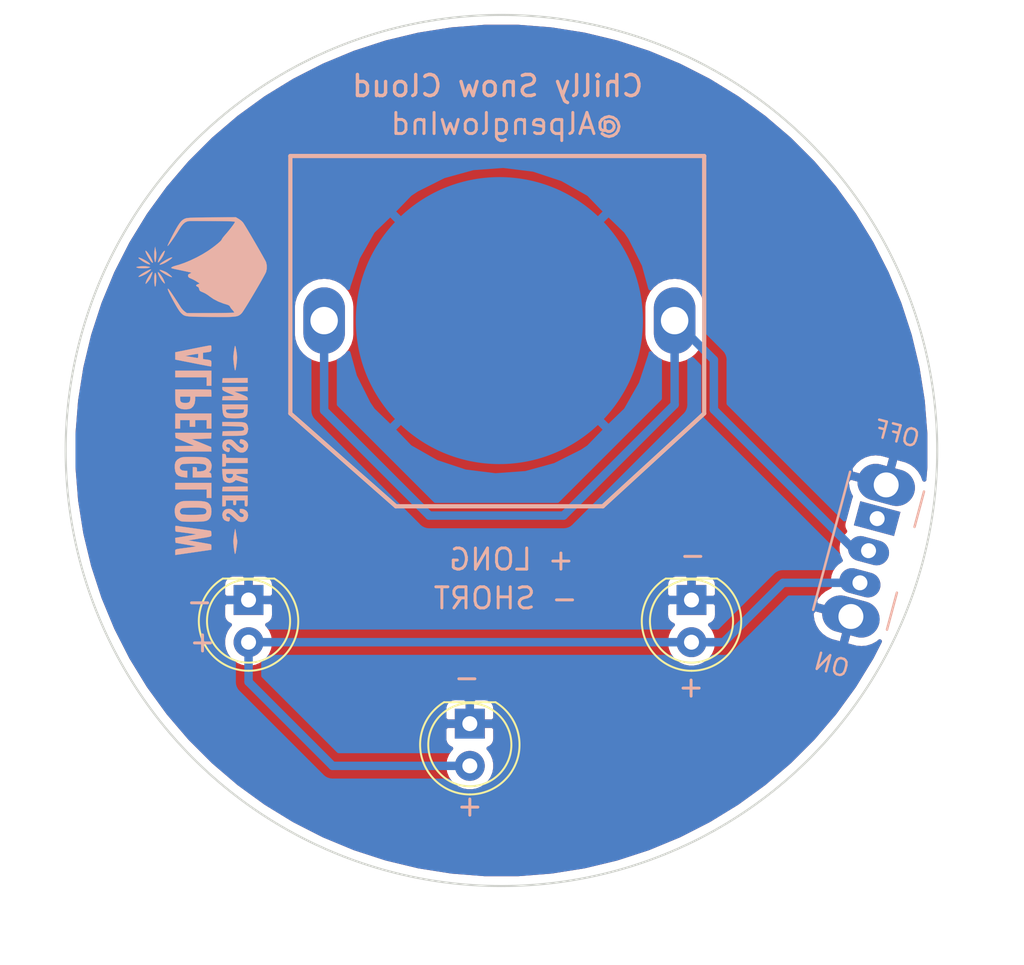
<source format=kicad_pcb>
(kicad_pcb (version 20171130) (host pcbnew "(5.1.8)-1")
  (title_block (title "RainCloud Blinky"))
  (layers (0 F.Cu signal hide) (31 B.Cu signal) (34 B.Paste user) (35 F.Paste user) (36 B.SilkS user) (37 F.SilkS user) (38 B.Mask user) (39 F.Mask user) (44 Edge.Cuts user))
  (net 0 "")
  (net 1 VCC)
  (net 2 GND)
  (net 3 "Net-(SW1-Pad1)")
  (net 4 /LED+)
  (module Alpenglow_ChillySnowCloud_PCB:BrrFaceMaskThick (layer F.Cu) (at 112.268 90.5256)
    (fp_text reference G*** hide)
    (fp_text value LOGO hide)
  )
  (module Alpenglow:Alpenglow_Logo_Horiz (layer B.Cu) (at 93.4212 96.4692 270)
    (fp_text reference G*** hide)
    (fp_text value LOGO hide)
    (fp_poly (pts (xy -8.391129 2.182473) (xy -8.453999 2.12644) (xy -8.558414 2.045515) (xy -8.694521 1.946711) (xy -8.852464 1.837041) (xy -9.02239 1.723517) (xy -9.194444 1.613152) (xy -9.332108 1.528791) (xy -9.543756 1.393275) (xy -9.69577 1.271177) (xy -9.796801 1.15135) (xy -9.855504 1.022647) (xy -9.88053 0.873923) (xy -9.882858 0.819346) (xy -9.883157 0.75759) (xy -9.883019 0.632427) (xy -9.882483 0.453019) (xy -9.881583 0.228529) (xy -9.880356 -0.03188) (xy -9.878837 -0.319046) (xy -9.87738 -0.5715) (xy -9.874509 -0.935478) (xy -9.870567 -1.231443) (xy -9.865377 -1.46395) (xy -9.858761 -1.637551) (xy -9.850543 -1.756799) (xy -9.840544 -1.826249) (xy -9.828588 -1.850453) (xy -9.827588 -1.850571) (xy -9.776876 -1.828325) (xy -9.682936 -1.767484) (xy -9.55746 -1.676892) (xy -9.412139 -1.565394) (xy -9.258665 -1.441834) (xy -9.108727 -1.315057) (xy -9.042843 -1.25691) (xy -8.932455 -1.163013) (xy -8.837911 -1.091813) (xy -8.775061 -1.054939) (xy -8.763959 -1.052285) (xy -8.71646 -1.023933) (xy -8.63626 -0.945439) (xy -8.531502 -0.826649) (xy -8.410328 -0.677407) (xy -8.280883 -0.507559) (xy -8.151309 -0.326949) (xy -8.091138 -0.238848) (xy -7.889107 0.086118) (xy -7.694676 0.443473) (xy -7.516741 0.814047) (xy -7.364197 1.178665) (xy -7.245938 1.518154) (xy -7.200038 1.681994) (xy -7.16255 1.809618) (xy -7.122963 1.910674) (xy -7.091189 1.961644) (xy -7.073238 1.977339) (xy -7.058963 1.984352) (xy -7.045729 1.974027) (xy -7.030903 1.937709) (xy -7.011851 1.866744) (xy -6.985939 1.752477) (xy -6.950533 1.586254) (xy -6.902998 1.35942) (xy -6.892142 1.307631) (xy -6.852723 1.122484) (xy -6.817948 0.964384) (xy -6.79071 0.84608) (xy -6.7739 0.780322) (xy -6.770491 0.771253) (xy -6.750665 0.792593) (xy -6.717409 0.860081) (xy -6.712549 0.871603) (xy -6.667185 0.950175) (xy -6.607415 0.974338) (xy -6.572885 0.972552) (xy -6.502093 0.946046) (xy -6.450305 0.874614) (xy -6.426212 0.816429) (xy -6.376703 0.705083) (xy -6.304461 0.568785) (xy -6.24663 0.471715) (xy -6.120421 0.272143) (xy -6.070493 0.393326) (xy -6.032134 0.470363) (xy -5.998107 0.488357) (xy -5.967568 0.470526) (xy -5.922305 0.409687) (xy -5.914572 0.378202) (xy -5.882828 0.339947) (xy -5.805039 0.309611) (xy -5.791332 0.30674) (xy -5.718443 0.285827) (xy -5.668147 0.244457) (xy -5.624128 0.164242) (xy -5.590209 0.080099) (xy -5.523547 -0.058206) (xy -5.429144 -0.211655) (xy -5.345095 -0.324782) (xy -5.18171 -0.559437) (xy -5.034123 -0.845081) (xy -4.912825 -1.160324) (xy -4.876929 -1.27939) (xy -4.829792 -1.42514) (xy -4.784562 -1.510339) (xy -4.735648 -1.546405) (xy -4.667599 -1.583572) (xy -4.576323 -1.653702) (xy -4.527309 -1.697943) (xy -4.446867 -1.766705) (xy -4.386839 -1.802864) (xy -4.36752 -1.803329) (xy -4.362028 -1.762805) (xy -4.35679 -1.657687) (xy -4.351962 -1.495952) (xy -4.347699 -1.285578) (xy -4.344156 -1.034542) (xy -4.341488 -0.750821) (xy -4.339851 -0.442393) (xy -4.33964 -0.370133) (xy -4.336143 1.038679) (xy -4.426462 1.170882) (xy -4.508908 1.264187) (xy -4.625217 1.363983) (xy -4.709534 1.422614) (xy -4.853435 1.513304) (xy -5.02069 1.620993) (xy -5.197545 1.736567) (xy -5.370245 1.85091) (xy -5.525036 1.954905) (xy -5.648162 2.039439) (xy -5.72587 2.095394) (xy -5.732601 2.100634) (xy -5.797583 2.161118) (xy -5.802962 2.189595) (xy -5.754073 2.186453) (xy -5.656253 2.152078) (xy -5.514838 2.086858) (xy -5.510076 2.084478) (xy -5.246559 1.949052) (xy -4.998516 1.815036) (xy -4.775918 1.688287) (xy -4.588736 1.574658) (xy -4.446939 1.480005) (xy -4.360498 1.410183) (xy -4.358621 1.408285) (xy -4.300907 1.348608) (xy -4.253268 1.293733) (xy -4.214682 1.236296) (xy -4.184128 1.168934) (xy -4.160582 1.084283) (xy -4.143023 0.97498) (xy -4.130428 0.833659) (xy -4.121774 0.652958) (xy -4.11604 0.425513) (xy -4.112203 0.143959) (xy -4.109241 -0.199067) (xy -4.107748 -0.398765) (xy -4.105116 -0.783542) (xy -4.104062 -1.102987) (xy -4.105459 -1.364338) (xy -4.110181 -1.574829) (xy -4.119101 -1.741699) (xy -4.133092 -1.872183) (xy -4.153028 -1.973517) (xy -4.179782 -2.052939) (xy -4.214227 -2.117684) (xy -4.257238 -2.17499) (xy -4.309687 -2.232091) (xy -4.331746 -2.254704) (xy -4.388579 -2.298888) (xy -4.499713 -2.373483) (xy -4.656247 -2.473232) (xy -4.849282 -2.59288) (xy -5.069915 -2.72717) (xy -5.309248 -2.870847) (xy -5.558378 -3.018655) (xy -5.808405 -3.165338) (xy -6.050429 -3.305639) (xy -6.275549 -3.434302) (xy -6.474864 -3.546073) (xy -6.639473 -3.635693) (xy -6.760476 -3.697909) (xy -6.821715 -3.725076) (xy -7.006918 -3.763279) (xy -7.212283 -3.762336) (xy -7.397574 -3.722545) (xy -7.402286 -3.720798) (xy -7.464901 -3.690681) (xy -7.580713 -3.628686) (xy -7.740597 -3.540112) (xy -7.935424 -3.430258) (xy -8.156069 -3.304424) (xy -8.393402 -3.167908) (xy -8.638298 -3.026009) (xy -8.881629 -2.884028) (xy -9.114267 -2.747262) (xy -9.327086 -2.621012) (xy -9.510959 -2.510576) (xy -9.656758 -2.421254) (xy -9.755357 -2.358345) (xy -9.787263 -2.336092) (xy -9.875576 -2.250825) (xy -9.966895 -2.135158) (xy -10.004977 -2.076127) (xy -10.105572 -1.904999) (xy -10.098187 -0.489857) (xy -10.094803 -0.054354) (xy -10.089547 0.309768) (xy -10.082383 0.603675) (xy -10.073273 0.828536) (xy -10.06218 0.985518) (xy -10.049065 1.075788) (xy -10.047849 1.080446) (xy -10.008964 1.188612) (xy -9.950807 1.287266) (xy -9.865581 1.382762) (xy -9.745494 1.481457) (xy -9.582749 1.589707) (xy -9.369553 1.713869) (xy -9.09811 1.860297) (xy -9.079379 1.870151) (xy -8.878374 1.974328) (xy -8.698307 2.064903) (xy -8.549279 2.137019) (xy -8.44139 2.18582) (xy -8.384741 2.206449) (xy -8.379659 2.206601) (xy -8.391129 2.182473)) (layer B.SilkS) (width 0.01))
    (fp_poly (pts (xy 3.048 -1.723182) (xy 3.046116 -1.989569) (xy 3.038853 -2.193077) (xy 3.023797 -2.343339) (xy 2.998533 -2.449987) (xy 2.960644 -2.522653) (xy 2.907716 -2.570969) (xy 2.837333 -2.604568) (xy 2.825973 -2.608637) (xy 2.633989 -2.645341) (xy 2.45195 -2.614034) (xy 2.41212 -2.598204) (xy 2.346059 -2.56252) (xy 2.296297 -2.514189) (xy 2.26059 -2.443314) (xy 2.236695 -2.339996) (xy 2.222366 -2.194337) (xy 2.215359 -1.996439) (xy 2.213432 -1.736405) (xy 2.213428 -1.721864) (xy 2.213428 -1.088571) (xy 2.46265 -1.088571) (xy 2.47411 -1.708425) (xy 2.47901 -1.936641) (xy 2.484862 -2.103169) (xy 2.492966 -2.218892) (xy 2.50462 -2.294694) (xy 2.521124 -2.341458) (xy 2.543778 -2.370066) (xy 2.554084 -2.378305) (xy 2.636612 -2.408648) (xy 2.689302 -2.392631) (xy 2.713778 -2.373456) (xy 2.731823 -2.338971) (xy 2.744659 -2.278616) (xy 2.753513 -2.181831) (xy 2.759608 -2.038055) (xy 2.764169 -1.836729) (xy 2.765932 -1.731822) (xy 2.775857 -1.106714) (xy 2.911928 -1.095452) (xy 3.048 -1.08419) (xy 3.048 -1.723182)) (layer B.SilkS) (width 0.01))
    (fp_poly (pts (xy 3.800144 -1.108834) (xy 3.90807 -1.175776) (xy 3.97291 -1.269273) (xy 4.020106 -1.390864) (xy 4.02225 -1.47832) (xy 3.979942 -1.521314) (xy 3.95811 -1.523999) (xy 3.866994 -1.535514) (xy 3.83111 -1.546025) (xy 3.787348 -1.544487) (xy 3.773773 -1.485044) (xy 3.773714 -1.477896) (xy 3.750626 -1.382572) (xy 3.69336 -1.324814) (xy 3.619916 -1.319772) (xy 3.598315 -1.330238) (xy 3.538819 -1.385967) (xy 3.527743 -1.454618) (xy 3.568047 -1.543899) (xy 3.662694 -1.661516) (xy 3.766804 -1.768716) (xy 3.914265 -1.925275) (xy 4.007396 -2.056032) (xy 4.052751 -2.174681) (xy 4.056882 -2.294918) (xy 4.046858 -2.354014) (xy 3.985263 -2.479536) (xy 3.874345 -2.575661) (xy 3.734682 -2.632486) (xy 3.586856 -2.640108) (xy 3.501571 -2.616411) (xy 3.37732 -2.525045) (xy 3.290069 -2.38342) (xy 3.266269 -2.306602) (xy 3.250188 -2.212082) (xy 3.268467 -2.164406) (xy 3.336398 -2.142785) (xy 3.39218 -2.135435) (xy 3.470901 -2.135815) (xy 3.506793 -2.175647) (xy 3.51918 -2.227691) (xy 3.558118 -2.324217) (xy 3.621386 -2.379873) (xy 3.690617 -2.391982) (xy 3.747446 -2.357869) (xy 3.773506 -2.274857) (xy 3.773714 -2.264771) (xy 3.756982 -2.199083) (xy 3.701851 -2.114825) (xy 3.60092 -2.001971) (xy 3.519714 -1.920669) (xy 3.403288 -1.805599) (xy 3.329362 -1.724376) (xy 3.288354 -1.660314) (xy 3.27068 -1.596725) (xy 3.266756 -1.516921) (xy 3.266868 -1.480393) (xy 3.289865 -1.303189) (xy 3.358752 -1.181261) (xy 3.477082 -1.110945) (xy 3.646714 -1.088571) (xy 3.800144 -1.108834)) (layer B.SilkS) (width 0.01))
    (fp_poly (pts (xy 7.980037 -1.116526) (xy 8.10368 -1.197123) (xy 8.176169 -1.325463) (xy 8.185435 -1.363978) (xy 8.200123 -1.45601) (xy 8.187171 -1.502125) (xy 8.130248 -1.526199) (xy 8.0645 -1.540787) (xy 7.984249 -1.552569) (xy 7.952129 -1.532363) (xy 7.946571 -1.476897) (xy 7.923383 -1.38206) (xy 7.865951 -1.324699) (xy 7.792477 -1.320013) (xy 7.771173 -1.330421) (xy 7.716901 -1.380795) (xy 7.707095 -1.44307) (xy 7.745142 -1.526367) (xy 7.834431 -1.639807) (xy 7.920842 -1.733286) (xy 8.02922 -1.850325) (xy 8.121017 -1.956438) (xy 8.182122 -2.035022) (xy 8.195769 -2.056828) (xy 8.232596 -2.192487) (xy 8.225819 -2.347456) (xy 8.195544 -2.445829) (xy 8.113445 -2.546104) (xy 7.986694 -2.613909) (xy 7.83882 -2.641624) (xy 7.693354 -2.621631) (xy 7.674428 -2.614554) (xy 7.551726 -2.526821) (xy 7.471964 -2.387566) (xy 7.448861 -2.288816) (xy 7.439727 -2.195034) (xy 7.453066 -2.152579) (xy 7.499219 -2.141225) (xy 7.524508 -2.140857) (xy 7.604178 -2.137734) (xy 7.642452 -2.131785) (xy 7.666816 -2.156318) (xy 7.698729 -2.228485) (xy 7.705952 -2.249714) (xy 7.746227 -2.338461) (xy 7.801227 -2.373489) (xy 7.837714 -2.376714) (xy 7.905984 -2.361884) (xy 7.935672 -2.303324) (xy 7.940442 -2.271412) (xy 7.938328 -2.209648) (xy 7.910067 -2.147482) (xy 7.845595 -2.069648) (xy 7.737075 -1.962983) (xy 7.602173 -1.830245) (xy 7.514519 -1.726094) (xy 7.464496 -1.634033) (xy 7.442484 -1.537566) (xy 7.438571 -1.451022) (xy 7.469888 -1.292615) (xy 7.557739 -1.173951) (xy 7.692976 -1.103911) (xy 7.811887 -1.088571) (xy 7.980037 -1.116526)) (layer B.SilkS) (width 0.01))
    (fp_poly (pts (xy -0.145143 -2.612571) (xy -0.436901 -2.612571) (xy -0.427094 -1.859642) (xy -0.417286 -1.106714) (xy -0.281214 -1.095452) (xy -0.145143 -1.08419) (xy -0.145143 -2.612571)) (layer B.SilkS) (width 0.01))
    (fp_poly (pts (xy 0.907143 -2.612571) (xy 0.807357 -2.612305) (xy 0.763329 -2.607701) (xy 0.726591 -2.586674) (xy 0.689864 -2.538006) (xy 0.645871 -2.450475) (xy 0.587331 -2.31286) (xy 0.544285 -2.206767) (xy 0.381 -1.801494) (xy 0.37074 -2.207033) (xy 0.36048 -2.612571) (xy 0.108857 -2.612571) (xy 0.108857 -1.088571) (xy 0.211923 -1.088571) (xy 0.258891 -1.093113) (xy 0.297666 -1.114442) (xy 0.336422 -1.164113) (xy 0.383332 -1.253682) (xy 0.446569 -1.394702) (xy 0.474995 -1.460499) (xy 0.635 -1.832428) (xy 0.653143 -1.469571) (xy 0.671285 -1.106714) (xy 0.789214 -1.095343) (xy 0.907143 -1.083973) (xy 0.907143 -2.612571)) (layer B.SilkS) (width 0.01))
    (fp_poly (pts (xy 1.448369 -1.095874) (xy 1.659145 -1.119769) (xy 1.809292 -1.166095) (xy 1.908475 -1.239241) (xy 1.961048 -1.328688) (xy 1.974709 -1.400158) (xy 1.985834 -1.526014) (xy 1.99323 -1.68808) (xy 1.995714 -1.856521) (xy 1.990324 -2.110579) (xy 1.969793 -2.301342) (xy 1.927582 -2.437575) (xy 1.857149 -2.528045) (xy 1.751955 -2.581515) (xy 1.605458 -2.606752) (xy 1.431578 -2.612571) (xy 1.161143 -2.612571) (xy 1.161143 -1.850571) (xy 1.451428 -1.850571) (xy 1.451428 -2.394857) (xy 1.540866 -2.394857) (xy 1.627933 -2.367238) (xy 1.667866 -2.324671) (xy 1.682919 -2.261385) (xy 1.695097 -2.143263) (xy 1.703035 -1.988024) (xy 1.705428 -1.837405) (xy 1.70172 -1.62694) (xy 1.688284 -1.478772) (xy 1.661655 -1.382896) (xy 1.618367 -1.32931) (xy 1.554953 -1.30801) (xy 1.521408 -1.306285) (xy 1.49449 -1.310402) (xy 1.475521 -1.329922) (xy 1.463116 -1.375599) (xy 1.455894 -1.458187) (xy 1.452471 -1.588439) (xy 1.451465 -1.777109) (xy 1.451428 -1.850571) (xy 1.161143 -1.850571) (xy 1.161143 -1.079247) (xy 1.448369 -1.095874)) (layer B.SilkS) (width 0.01))
    (fp_poly (pts (xy 4.898571 -1.197428) (xy 4.88958 -1.274532) (xy 4.847168 -1.30295) (xy 4.789714 -1.306285) (xy 4.680857 -1.306285) (xy 4.680857 -2.612571) (xy 4.392246 -2.612571) (xy 4.382337 -1.968499) (xy 4.372428 -1.324428) (xy 4.2545 -1.313058) (xy 4.172691 -1.296585) (xy 4.14097 -1.25428) (xy 4.136571 -1.195129) (xy 4.136571 -1.088571) (xy 4.898571 -1.088571) (xy 4.898571 -1.197428)) (layer B.SilkS) (width 0.01))
    (fp_poly (pts (xy 5.345546 -1.097172) (xy 5.495881 -1.111597) (xy 5.625615 -1.133082) (xy 5.711722 -1.157572) (xy 5.723964 -1.163831) (xy 5.814431 -1.259428) (xy 5.867713 -1.395585) (xy 5.881279 -1.549103) (xy 5.852603 -1.69678) (xy 5.793317 -1.800163) (xy 5.708348 -1.898945) (xy 5.810826 -2.246687) (xy 5.854055 -2.394219) (xy 5.888406 -2.513058) (xy 5.909465 -2.587834) (xy 5.913938 -2.605586) (xy 5.882157 -2.610072) (xy 5.801614 -2.608048) (xy 5.763292 -2.605586) (xy 5.612014 -2.594428) (xy 5.522387 -2.258785) (xy 5.467643 -2.073104) (xy 5.421936 -1.959323) (xy 5.385504 -1.917431) (xy 5.358582 -1.947417) (xy 5.341409 -2.049269) (xy 5.334219 -2.222976) (xy 5.334 -2.267857) (xy 5.334 -2.612571) (xy 5.043714 -2.612571) (xy 5.043714 -1.523999) (xy 5.334 -1.523999) (xy 5.335357 -1.646008) (xy 5.344471 -1.711482) (xy 5.368903 -1.736461) (xy 5.416215 -1.736981) (xy 5.433517 -1.735053) (xy 5.533538 -1.69018) (xy 5.58064 -1.623785) (xy 5.604984 -1.506666) (xy 5.573308 -1.402158) (xy 5.495367 -1.33087) (xy 5.433517 -1.312946) (xy 5.378885 -1.309679) (xy 5.349135 -1.326625) (xy 5.336704 -1.379824) (xy 5.33403 -1.485313) (xy 5.334 -1.523999) (xy 5.043714 -1.523999) (xy 5.043714 -1.078341) (xy 5.345546 -1.097172)) (layer B.SilkS) (width 0.01))
    (fp_poly (pts (xy 6.386286 -2.612571) (xy 6.094527 -2.612571) (xy 6.104335 -1.859642) (xy 6.114143 -1.106714) (xy 6.250214 -1.095452) (xy 6.386286 -1.08419) (xy 6.386286 -2.612571)) (layer B.SilkS) (width 0.01))
    (fp_poly (pts (xy 7.293428 -1.197428) (xy 7.289465 -1.261869) (xy 7.265093 -1.294003) (xy 7.201594 -1.305063) (xy 7.112 -1.306285) (xy 6.930571 -1.306285) (xy 6.930571 -1.741714) (xy 7.075714 -1.741714) (xy 7.169227 -1.746665) (xy 7.21079 -1.77002) (xy 7.220805 -1.824528) (xy 7.220857 -1.832428) (xy 7.212935 -1.890874) (xy 7.175568 -1.916851) (xy 7.088354 -1.92311) (xy 7.075714 -1.923142) (xy 6.930571 -1.923142) (xy 6.930571 -2.431142) (xy 7.112 -2.431142) (xy 7.219676 -2.434083) (xy 7.273393 -2.449093) (xy 7.29171 -2.485451) (xy 7.293428 -2.521857) (xy 7.290828 -2.564799) (xy 7.273717 -2.591462) (xy 7.22813 -2.605725) (xy 7.140102 -2.611467) (xy 6.995667 -2.612567) (xy 6.966857 -2.612571) (xy 6.640286 -2.612571) (xy 6.640286 -1.088571) (xy 7.293428 -1.088571) (xy 7.293428 -1.197428)) (layer B.SilkS) (width 0.01))
    (fp_poly (pts (xy -1.358021 -1.773248) (xy -1.307658 -1.779584) (xy -1.101304 -1.808227) (xy -0.964848 -1.832059) (xy -0.895903 -1.852733) (xy -0.892082 -1.871899) (xy -0.951001 -1.891208) (xy -1.070272 -1.912312) (xy -1.10785 -1.917862) (xy -1.33581 -1.94916) (xy -1.512306 -1.968146) (xy -1.657353 -1.975035) (xy -1.79097 -1.97004) (xy -1.933173 -1.953376) (xy -2.086429 -1.928336) (xy -2.238362 -1.900817) (xy -2.333055 -1.87921) (xy -2.367917 -1.860767) (xy -2.340353 -1.842736) (xy -2.247772 -1.822368) (xy -2.087579 -1.796913) (xy -1.942658 -1.775862) (xy -1.750978 -1.755622) (xy -1.567945 -1.754682) (xy -1.358021 -1.773248)) (layer B.SilkS) (width 0.01))
    (fp_poly (pts (xy 9.542743 -1.759267) (xy 9.74102 -1.779636) (xy 9.742714 -1.779843) (xy 9.950889 -1.806836) (xy 10.08784 -1.829567) (xy 10.154648 -1.849991) (xy 10.152396 -1.870062) (xy 10.082164 -1.891733) (xy 9.945034 -1.91696) (xy 9.828564 -1.934993) (xy 9.639823 -1.962757) (xy 9.509114 -1.980419) (xy 9.422767 -1.989088) (xy 9.367113 -1.989874) (xy 9.328484 -1.983888) (xy 9.307286 -1.977332) (xy 9.2569 -1.967073) (xy 9.153248 -1.950464) (xy 9.01504 -1.930428) (xy 8.951486 -1.921734) (xy 8.812231 -1.901121) (xy 8.707531 -1.881972) (xy 8.652502 -1.867234) (xy 8.648169 -1.862592) (xy 8.688703 -1.850532) (xy 8.784884 -1.831063) (xy 8.920551 -1.807279) (xy 9.022112 -1.790992) (xy 9.21837 -1.764402) (xy 9.380221 -1.754008) (xy 9.542743 -1.759267)) (layer B.SilkS) (width 0.01))
    (fp_poly (pts (xy 5.187702 1.740361) (xy 5.341436 1.671099) (xy 5.447634 1.554656) (xy 5.513672 1.383739) (xy 5.541446 1.213865) (xy 5.561867 1.016001) (xy 5.152571 1.016001) (xy 5.152571 1.172351) (xy 5.130908 1.319384) (xy 5.072691 1.421242) (xy 4.988077 1.470337) (xy 4.887226 1.459081) (xy 4.821986 1.41927) (xy 4.78945 1.38998) (xy 4.765975 1.355166) (xy 4.749777 1.303029) (xy 4.739075 1.22177) (xy 4.732086 1.099589) (xy 4.727027 0.924688) (xy 4.723771 0.769167) (xy 4.721152 0.485585) (xy 4.726889 0.266393) (xy 4.742406 0.103742) (xy 4.769128 -0.010216) (xy 4.808479 -0.08333) (xy 4.861886 -0.12345) (xy 4.887345 -0.131978) (xy 5.006017 -0.130978) (xy 5.098677 -0.06667) (xy 5.160731 0.054916) (xy 5.187584 0.227747) (xy 5.188322 0.263072) (xy 5.188857 0.435429) (xy 5.061857 0.435429) (xy 4.976738 0.441046) (xy 4.941829 0.472737) (xy 4.934873 0.552762) (xy 4.934857 0.562429) (xy 4.934857 0.689429) (xy 5.551714 0.689429) (xy 5.551714 -0.439809) (xy 5.417076 -0.428547) (xy 5.320778 -0.410068) (xy 5.272133 -0.365781) (xy 5.257407 -0.326571) (xy 5.238368 -0.275108) (xy 5.22876 -0.280377) (xy 5.189787 -0.349226) (xy 5.097236 -0.403626) (xy 4.969595 -0.437661) (xy 4.825355 -0.445412) (xy 4.743003 -0.435839) (xy 4.584117 -0.371478) (xy 4.452273 -0.251808) (xy 4.365213 -0.093492) (xy 4.359489 -0.075629) (xy 4.344323 0.013023) (xy 4.331975 0.16125) (xy 4.323141 0.35609) (xy 4.318519 0.584579) (xy 4.318 0.695022) (xy 4.318658 0.927258) (xy 4.321519 1.099837) (xy 4.327909 1.225667) (xy 4.339155 1.317657) (xy 4.356586 1.388715) (xy 4.381526 1.451749) (xy 4.399643 1.489098) (xy 4.494709 1.631068) (xy 4.616809 1.720987) (xy 4.778513 1.764943) (xy 4.979054 1.769734) (xy 5.187702 1.740361)) (layer B.SilkS) (width 0.01))
    (fp_poly (pts (xy -1.331191 0.680358) (xy -1.278492 0.412108) (xy -1.230758 0.166957) (xy -1.189713 -0.046069) (xy -1.15708 -0.217945) (xy -1.134583 -0.339644) (xy -1.123944 -0.402141) (xy -1.123329 -0.408214) (xy -1.156876 -0.423897) (xy -1.240758 -0.433732) (xy -1.302404 -0.435428) (xy -1.401412 -0.43259) (xy -1.463659 -0.414505) (xy -1.500557 -0.366817) (xy -1.523513 -0.27517) (xy -1.543002 -0.132688) (xy -1.568648 0.072572) (xy -1.951067 0.072572) (xy -1.976712 -0.132688) (xy -1.997016 -0.279977) (xy -2.020319 -0.369539) (xy -2.058032 -0.415731) (xy -2.121563 -0.432908) (xy -2.217311 -0.435428) (xy -2.326409 -0.430647) (xy -2.380111 -0.412312) (xy -2.395201 -0.374434) (xy -2.395243 -0.371928) (xy -2.388357 -0.321075) (xy -2.368713 -0.20874) (xy -2.338137 -0.044531) (xy -2.298456 0.161944) (xy -2.259001 0.362858) (xy -1.891304 0.362858) (xy -1.757545 0.362858) (xy -1.670467 0.367174) (xy -1.637582 0.390756) (xy -1.640587 0.449555) (xy -1.643049 0.462643) (xy -1.658073 0.546019) (xy -1.680244 0.67554) (xy -1.705208 0.825695) (xy -1.709625 0.852715) (xy -1.756938 1.143001) (xy -1.800656 0.907143) (xy -1.828077 0.75478) (xy -1.853674 0.605242) (xy -1.867839 0.517072) (xy -1.891304 0.362858) (xy -2.259001 0.362858) (xy -2.251495 0.401076) (xy -2.199083 0.663257) (xy -2.188303 0.716643) (xy -1.980978 1.741715) (xy -1.540582 1.741715) (xy -1.331191 0.680358)) (layer B.SilkS) (width 0.01))
    (fp_poly (pts (xy -0.471714 -0.145142) (xy 0.036285 -0.145142) (xy 0.036285 -0.435428) (xy -0.870857 -0.435428) (xy -0.870857 1.741715) (xy -0.471714 1.741715) (xy -0.471714 -0.145142)) (layer B.SilkS) (width 0.01))
    (fp_poly (pts (xy 0.680357 1.74118) (xy 0.897791 1.737717) (xy 1.056841 1.725053) (xy 1.171532 1.698826) (xy 1.255892 1.654676) (xy 1.323945 1.588243) (xy 1.368696 1.527177) (xy 1.424566 1.394995) (xy 1.452733 1.223477) (xy 1.452664 1.04058) (xy 1.423825 0.874263) (xy 1.383005 0.777239) (xy 1.267691 0.655451) (xy 1.101925 0.57606) (xy 0.897757 0.544586) (xy 0.874445 0.544286) (xy 0.689428 0.544286) (xy 0.689428 -0.435428) (xy 0.495905 -0.435428) (xy 0.382979 -0.431222) (xy 0.301978 -0.420429) (xy 0.27819 -0.411238) (xy 0.27205 -0.370134) (xy 0.266483 -0.265703) (xy 0.261696 -0.107188) (xy 0.257893 0.096167) (xy 0.25528 0.335121) (xy 0.254063 0.600428) (xy 0.254 0.677334) (xy 0.254 1.451429) (xy 0.689428 1.451429) (xy 0.689428 0.834572) (xy 0.809493 0.834572) (xy 0.91539 0.849537) (xy 0.99799 0.884611) (xy 1.041553 0.937497) (xy 1.063182 1.026883) (xy 1.068426 1.132952) (xy 1.057994 1.290006) (xy 1.01763 1.38842) (xy 0.939485 1.438686) (xy 0.830128 1.451429) (xy 0.689428 1.451429) (xy 0.254 1.451429) (xy 0.254 1.741715) (xy 0.680357 1.74118)) (layer B.SilkS) (width 0.01))
    (fp_poly (pts (xy 2.612571 1.451429) (xy 2.104571 1.451429) (xy 2.104571 0.870858) (xy 2.503714 0.870858) (xy 2.503714 0.544286) (xy 2.104571 0.544286) (xy 2.104571 -0.145142) (xy 2.612571 -0.145142) (xy 2.612571 -0.435428) (xy 1.705428 -0.435428) (xy 1.705428 1.741715) (xy 2.612571 1.741715) (xy 2.612571 1.451429)) (layer B.SilkS) (width 0.01))
    (fp_poly (pts (xy 3.017592 1.73473) (xy 3.168612 1.723572) (xy 3.646714 0.600878) (xy 3.656707 1.171296) (xy 3.6667 1.741715) (xy 3.991428 1.741715) (xy 3.991428 -0.439809) (xy 3.85764 -0.428547) (xy 3.723851 -0.417285) (xy 3.485711 0.163286) (xy 3.247571 0.743858) (xy 3.229428 0.163286) (xy 3.211285 -0.417285) (xy 3.038928 -0.428345) (xy 2.866571 -0.439404) (xy 2.866571 1.745887) (xy 3.017592 1.73473)) (layer B.SilkS) (width 0.01))
    (fp_poly (pts (xy 6.277428 -0.145142) (xy 6.785428 -0.145142) (xy 6.785428 -0.435428) (xy 5.878285 -0.435428) (xy 5.878285 1.741715) (xy 6.277428 1.741715) (xy 6.277428 -0.145142)) (layer B.SilkS) (width 0.01))
    (fp_poly (pts (xy 7.822884 1.744581) (xy 7.967883 1.684597) (xy 8.081253 1.579877) (xy 8.146143 1.483922) (xy 8.171715 1.434558) (xy 8.19051 1.378316) (xy 8.203553 1.303724) (xy 8.211867 1.199312) (xy 8.216477 1.053611) (xy 8.218408 0.855149) (xy 8.218714 0.671286) (xy 8.216383 0.386644) (xy 8.207665 0.164633) (xy 8.189973 -0.00459) (xy 8.160719 -0.130866) (xy 8.117316 -0.224036) (xy 8.057175 -0.293942) (xy 7.97771 -0.350426) (xy 7.945305 -0.368603) (xy 7.799682 -0.417805) (xy 7.621263 -0.437314) (xy 7.43895 -0.427398) (xy 7.281645 -0.388322) (xy 7.227819 -0.361971) (xy 7.144001 -0.301352) (xy 7.079918 -0.228094) (xy 7.033061 -0.13221) (xy 7.000917 -0.003712) (xy 6.980974 0.167387) (xy 6.970722 0.391076) (xy 6.969247 0.526495) (xy 7.367708 0.526495) (xy 7.371858 0.301913) (xy 7.384802 0.133938) (xy 7.407316 0.01477) (xy 7.440172 -0.063391) (xy 7.461464 -0.09028) (xy 7.555711 -0.139745) (xy 7.659712 -0.130509) (xy 7.744439 -0.065212) (xy 7.744942 -0.064497) (xy 7.765654 0.001311) (xy 7.782211 0.123983) (xy 7.794501 0.288835) (xy 7.802412 0.481187) (xy 7.805829 0.686354) (xy 7.804641 0.889656) (xy 7.798736 1.07641) (xy 7.788 1.231933) (xy 7.772322 1.341543) (xy 7.756071 1.386401) (xy 7.661154 1.458238) (xy 7.552476 1.462414) (xy 7.470843 1.419232) (xy 7.437082 1.388498) (xy 7.413061 1.351631) (xy 7.396733 1.296199) (xy 7.386056 1.209765) (xy 7.378985 1.079896) (xy 7.373474 0.894158) (xy 7.37158 0.815486) (xy 7.367708 0.526495) (xy 6.969247 0.526495) (xy 6.967654 0.672669) (xy 6.967957 0.908886) (xy 6.970355 1.085056) (xy 6.97609 1.213699) (xy 6.986408 1.307335) (xy 7.002551 1.378482) (xy 7.025764 1.43966) (xy 7.0485 1.486413) (xy 7.147046 1.631059) (xy 7.273072 1.722234) (xy 7.438884 1.765962) (xy 7.627911 1.769955) (xy 7.822884 1.744581)) (layer B.SilkS) (width 0.01))
    (fp_poly (pts (xy 9.338611 1.734475) (xy 9.4865 1.723572) (xy 9.584858 1.132463) (xy 9.618589 0.932066) (xy 9.648988 0.755805) (xy 9.673773 0.616566) (xy 9.690665 0.52723) (xy 9.696504 0.501488) (xy 9.705473 0.520584) (xy 9.721089 0.600171) (xy 9.741428 0.728678) (xy 9.764562 0.894534) (xy 9.773768 0.965596) (xy 9.805866 1.221756) (xy 9.830468 1.414918) (xy 9.850697 1.553876) (xy 9.869676 1.647423) (xy 9.890529 1.704351) (xy 9.91638 1.733454) (xy 9.95035 1.743524) (xy 9.995564 1.743355) (xy 10.049452 1.741715) (xy 10.219914 1.741715) (xy 10.064107 0.662215) (xy 10.025041 0.391512) (xy 9.989485 0.145065) (xy 9.958718 -0.06826) (xy 9.934018 -0.239592) (xy 9.916665 -0.360064) (xy 9.907936 -0.420808) (xy 9.90715 -0.426357) (xy 9.873965 -0.431796) (xy 9.791447 -0.435034) (xy 9.744358 -0.435428) (xy 9.643592 -0.43156) (xy 9.59272 -0.410249) (xy 9.569121 -0.356932) (xy 9.561167 -0.3175) (xy 9.547673 -0.241729) (xy 9.524534 -0.109778) (xy 9.494425 0.063014) (xy 9.460021 0.26131) (xy 9.439476 0.380095) (xy 9.339335 0.959761) (xy 9.238655 0.343809) (xy 9.197165 0.088014) (xy 9.165276 -0.105107) (xy 9.139636 -0.244285) (xy 9.11689 -0.338252) (xy 9.093685 -0.395738) (xy 9.066667 -0.425475) (xy 9.032483 -0.436194) (xy 8.987778 -0.436626) (xy 8.939356 -0.435428) (xy 8.829909 -0.425572) (xy 8.769823 -0.399081) (xy 8.764492 -0.390071) (xy 8.755821 -0.343145) (xy 8.738799 -0.234323) (xy 8.714895 -0.073613) (xy 8.685575 0.128978) (xy 8.652308 0.363442) (xy 8.619474 0.598715) (xy 8.583436 0.857292) (xy 8.549657 1.096527) (xy 8.519691 1.305656) (xy 8.495094 1.473911) (xy 8.477419 1.590525) (xy 8.468818 1.641929) (xy 8.460659 1.700622) (xy 8.47794 1.730125) (xy 8.537188 1.740476) (xy 8.633117 1.741715) (xy 8.758762 1.733157) (xy 8.814387 1.7074) (xy 8.817498 1.696358) (xy 8.821943 1.64334) (xy 8.833955 1.536537) (xy 8.851647 1.390449) (xy 8.873131 1.219577) (xy 8.896519 1.03842) (xy 8.919925 0.861479) (xy 8.941461 0.703253) (xy 8.959239 0.578242) (xy 8.971372 0.500947) (xy 8.975427 0.48305) (xy 8.983764 0.514043) (xy 9.001486 0.605528) (xy 9.026591 0.746322) (xy 9.057081 0.925243) (xy 9.087499 1.109789) (xy 9.190721 1.745378) (xy 9.338611 1.734475)) (layer B.SilkS) (width 0.01))
    (fp_poly (pts (xy -7.250986 2.654692) (xy -7.271569 2.575933) (xy -7.299873 2.494643) (xy -7.346463 2.391888) (xy -7.410716 2.276156) (xy -7.483922 2.159752) (xy -7.557369 2.05498) (xy -7.622347 1.974144) (xy -7.670144 1.92955) (xy -7.692049 1.933502) (xy -7.692572 1.939943) (xy -7.674693 2.01646) (xy -7.627243 2.128846) (xy -7.559496 2.26137) (xy -7.480729 2.398298) (xy -7.400217 2.5239) (xy -7.327238 2.622443) (xy -7.271067 2.678196) (xy -7.253173 2.685143) (xy -7.250986 2.654692)) (layer B.SilkS) (width 0.01))
    (fp_poly (pts (xy -6.892818 2.655506) (xy -6.827829 2.57683) (xy -6.751577 2.464467) (xy -6.672821 2.333773) (xy -6.600317 2.2001) (xy -6.542825 2.078802) (xy -6.509101 1.985232) (xy -6.507904 1.934744) (xy -6.509021 1.933456) (xy -6.536293 1.952268) (xy -6.593906 2.01355) (xy -6.646797 2.076436) (xy -6.72889 2.179008) (xy -6.781595 2.252743) (xy -6.820711 2.324771) (xy -6.862038 2.422221) (xy -6.891448 2.496514) (xy -6.927209 2.598633) (xy -6.942598 2.667131) (xy -6.937788 2.685143) (xy -6.892818 2.655506)) (layer B.SilkS) (width 0.01))
    (fp_poly (pts (xy -7.38937 2.783648) (xy -7.394323 2.75873) (xy -7.446216 2.707014) (xy -7.530066 2.639545) (xy -7.63089 2.567366) (xy -7.733705 2.501521) (xy -7.823527 2.453054) (xy -7.855857 2.439807) (xy -7.954862 2.404468) (xy -8.028215 2.376544) (xy -8.079663 2.36875) (xy -8.090593 2.381904) (xy -8.05867 2.431374) (xy -7.976762 2.499624) (xy -7.861662 2.577032) (xy -7.730168 2.653976) (xy -7.599073 2.720833) (xy -7.485176 2.767981) (xy -7.40527 2.785796) (xy -7.38937 2.783648)) (layer B.SilkS) (width 0.01))
    (fp_poly (pts (xy -6.730943 2.777963) (xy -6.627415 2.738642) (xy -6.502222 2.676798) (xy -6.374175 2.602098) (xy -6.262085 2.524207) (xy -6.223 2.491713) (xy -6.141887 2.414335) (xy -6.115878 2.374314) (xy -6.147791 2.370092) (xy -6.240444 2.400112) (xy -6.327059 2.434195) (xy -6.427863 2.483478) (xy -6.538338 2.550241) (xy -6.644551 2.624015) (xy -6.732572 2.694329) (xy -6.788467 2.750714) (xy -6.798307 2.7827) (xy -6.793995 2.785097) (xy -6.730943 2.777963)) (layer B.SilkS) (width 0.01))
    (fp_poly (pts (xy -7.637767 2.996629) (xy -7.520968 2.98453) (xy -7.44021 2.967571) (xy -7.409643 2.946611) (xy -7.420429 2.932995) (xy -7.476133 2.917729) (xy -7.580037 2.902771) (xy -7.707792 2.890206) (xy -7.835047 2.882116) (xy -7.937453 2.880585) (xy -7.982857 2.884884) (xy -8.052445 2.899649) (xy -8.15631 2.919683) (xy -8.182429 2.924496) (xy -8.327572 2.950967) (xy -8.182429 2.97925) (xy -8.06294 2.995178) (xy -7.922902 3.002812) (xy -7.776461 3.003009) (xy -7.637767 2.996629)) (layer B.SilkS) (width 0.01))
    (fp_poly (pts (xy -6.196554 2.998154) (xy -6.076366 2.98857) (xy -5.985134 2.974643) (xy -5.936467 2.957186) (xy -5.943972 2.937009) (xy -5.953606 2.932641) (xy -6.032435 2.914849) (xy -6.158246 2.89971) (xy -6.305457 2.888946) (xy -6.448485 2.884278) (xy -6.561745 2.887426) (xy -6.585857 2.890117) (xy -6.708832 2.91367) (xy -6.760908 2.937884) (xy -6.741444 2.962249) (xy -6.694715 2.976836) (xy -6.594779 2.992737) (xy -6.469369 3.001049) (xy -6.332091 3.002584) (xy -6.196554 2.998154)) (layer B.SilkS) (width 0.01))
    (fp_poly (pts (xy -7.990864 3.512784) (xy -7.885824 3.465707) (xy -7.763062 3.401364) (xy -7.636595 3.327721) (xy -7.520439 3.252742) (xy -7.428608 3.184393) (xy -7.375119 3.130639) (xy -7.367122 3.111501) (xy -7.375319 3.090788) (xy -7.410901 3.092581) (xy -7.486536 3.120172) (xy -7.60998 3.174618) (xy -7.727606 3.235918) (xy -7.850759 3.312474) (xy -7.963101 3.392461) (xy -8.048292 3.464052) (xy -8.089992 3.515422) (xy -8.091715 3.52328) (xy -8.064166 3.53463) (xy -7.990864 3.512784)) (layer B.SilkS) (width 0.01))
    (fp_poly (pts (xy -6.096 3.523777) (xy -6.121911 3.488712) (xy -6.18678 3.42698) (xy -6.271311 3.355193) (xy -6.356207 3.289965) (xy -6.4063 3.256639) (xy -6.482347 3.219021) (xy -6.582709 3.178336) (xy -6.686268 3.141852) (xy -6.771904 3.11684) (xy -6.818498 3.11057) (xy -6.821715 3.113645) (xy -6.792287 3.156383) (xy -6.714915 3.221691) (xy -6.605966 3.298513) (xy -6.481806 3.375794) (xy -6.358803 3.442476) (xy -6.2865 3.475192) (xy -6.183951 3.512062) (xy -6.114793 3.52838) (xy -6.096 3.523777)) (layer B.SilkS) (width 0.01))
    (fp_poly (pts (xy -6.516045 3.925776) (xy -6.536369 3.8508) (xy -6.576304 3.746498) (xy -6.628675 3.630275) (xy -6.686309 3.519536) (xy -6.732056 3.44562) (xy -6.800223 3.355085) (xy -6.870585 3.273457) (xy -6.929514 3.215021) (xy -6.96338 3.194062) (xy -6.966857 3.199498) (xy -6.948922 3.275035) (xy -6.901294 3.387132) (xy -6.833239 3.520054) (xy -6.754025 3.658066) (xy -6.672919 3.785432) (xy -6.599186 3.886418) (xy -6.542094 3.945288) (xy -6.522505 3.954021) (xy -6.516045 3.925776)) (layer B.SilkS) (width 0.01))
    (fp_poly (pts (xy -7.645142 3.95212) (xy -7.618423 3.917065) (xy -7.562139 3.843766) (xy -7.518928 3.787629) (xy -7.443776 3.676915) (xy -7.371824 3.549015) (xy -7.312217 3.423258) (xy -7.274098 3.318977) (xy -7.26661 3.255502) (xy -7.266861 3.254703) (xy -7.293376 3.259762) (xy -7.348768 3.31114) (xy -7.395665 3.366212) (xy -7.463053 3.463352) (xy -7.533169 3.583536) (xy -7.597676 3.709473) (xy -7.648235 3.823871) (xy -7.676511 3.909439) (xy -7.675966 3.947559) (xy -7.645777 3.952913) (xy -7.645142 3.95212)) (layer B.SilkS) (width 0.01))
    (fp_poly (pts (xy -7.07952 4.055414) (xy -7.068453 4.027715) (xy -7.047457 3.929917) (xy -7.036231 3.787375) (xy -7.034767 3.627161) (xy -7.043057 3.476351) (xy -7.061096 3.362018) (xy -7.068638 3.338286) (xy -7.104183 3.247572) (xy -7.130655 3.349297) (xy -7.153161 3.495187) (xy -7.160024 3.676937) (xy -7.151038 3.859496) (xy -7.134321 3.973286) (xy -7.113943 4.062062) (xy -7.098645 4.086985) (xy -7.07952 4.055414)) (layer B.SilkS) (width 0.01))
  )
  (module Alpenglow_SnowingCloud_PCB:SnowFlake (layer F.Cu) (at 109.7788 118.0338)
    (fp_text reference G*** hide)
    (fp_text value LOGO hide)
  )
  (module Alpenglow_SnowingCloud_PCB:SnowFlakeSmall (layer F.Cu) (at 123.2916 110.7694)
    (fp_text reference G*** hide)
    (fp_text value LOGO hide)
  )
  (module Alpenglow_SnowingCloud_PCB:SnowFlakeSmall (layer F.Cu) (at 96.6216 110.49)
    (fp_text reference G*** hide)
    (fp_text value LOGO hide)
  )
  (module Button_Switch_THT:SW_CuK_OS102011MA1QN1_SPDT_Angled (layer B.Cu) (at 133.9 104.5 255)
    (fp_text reference SW1 hide)
    (fp_text value SW_SPDT)
    (fp_line (start 4 -2.3) (end 6.3 -2.3) (layer B.SilkS) (width 0.15))
    (fp_line (start -2.3 -2.3) (end -0.1 -2.3) (layer B.SilkS) (width 0.15))
    (fp_line (start -2.3 2.3) (end 6.3 2.3) (layer B.SilkS) (width 0.15))
    (pad "" thru_hole oval (at 6.1 0 255) (size 2.2 3.500001) (drill 1.5) (layers *.Cu *.Mask) (net 2 GND))
    (pad "" thru_hole oval (at -2.1 0 255) (size 2.2 3.500001) (drill 1.5) (layers *.Cu *.Mask) (net 2 GND))
    (pad 3 thru_hole oval (at 4 0 255) (size 1.5 2.5) (drill 0.9) (layers *.Cu *.Mask) (net 4 /LED+))
    (pad 2 thru_hole oval (at 2 0 255) (size 1.5 2.5) (drill 0.9) (layers *.Cu *.Mask) (net 1 VCC))
    (pad 1 thru_hole rect (at 0 0 255) (size 1.5 2.5) (drill 0.9) (layers *.Cu *.Mask) (net 3 "Net-(SW1-Pad1)"))
  )
  (module BlinkyBadge:BatteryHolder_MPD_BK888_2032_THRU (layer B.Cu) (at 121.7168 92.583 180)
    (fp_text reference BT1 hide)
    (fp_text value Battery_Cell)
    (fp_line (start -1.778 9.906) (end -1.778 -5.588) (layer B.SilkS) (width 0.254))
    (fp_line (start 23.114 9.906) (end 23.114 -5.588) (layer B.SilkS) (width 0.254))
    (fp_line (start -1.778 9.906) (end 23.114 9.906) (layer B.SilkS) (width 0.254))
    (fp_line (start 16.764 -11.176) (end 23.114 -5.588) (layer B.SilkS) (width 0.254))
    (fp_line (start 4.318 -11.176) (end -1.778 -5.588) (layer B.SilkS) (width 0.254))
    (fp_line (start 4.318 -11.176) (end 16.764 -11.176) (layer B.SilkS) (width 0.254))
    (pad 1 thru_hole oval (at 0 0 180) (size 2.5 4) (drill 1.65) (layers *.Cu *.Mask) (net 1 VCC))
    (pad 1 thru_hole oval (at 21.082 0 180) (size 2.5 4) (drill 1.65) (layers *.Cu *.Mask) (net 1 VCC))
    (pad 2 smd circle (at 10.541 0 180) (size 17.272 17.272) (layers B.Cu B.Paste B.Mask) (net 2 GND))
  )
  (module LED_THT:LED_D5.0mm (layer F.Cu) (at 96.0882 109.3978 270)
    (fp_text reference D1 hide)
    (fp_text value LED)
    (fp_circle (center 1.27 0) (end 3.77 0) (layer F.SilkS) (width 0.12))
    (fp_line (start -1.29 -1.545) (end -1.29 1.545) (layer F.SilkS) (width 0.12))
    (fp_arc (start 1.27 0) (end -1.29 -1.54483) (angle 148.9) (layer F.SilkS) (width 0.12))
    (fp_arc (start 1.27 0) (end -1.29 1.54483) (angle -148.9) (layer F.SilkS) (width 0.12))
    (pad 1 thru_hole rect (at 0 0 270) (size 1.8 1.8) (drill 0.9) (layers *.Cu *.Mask) (net 2 GND))
    (pad 2 thru_hole circle (at 2.54 0 270) (size 1.8 1.8) (drill 0.9) (layers *.Cu *.Mask) (net 4 /LED+))
  )
  (module LED_THT:LED_D5.0mm (layer F.Cu) (at 109.3978 116.84 270)
    (fp_text reference D2 hide)
    (fp_text value LED)
    (fp_circle (center 1.27 0) (end 3.77 0) (layer F.SilkS) (width 0.12))
    (fp_line (start -1.29 -1.545) (end -1.29 1.545) (layer F.SilkS) (width 0.12))
    (fp_arc (start 1.27 0) (end -1.29 -1.54483) (angle 148.9) (layer F.SilkS) (width 0.12))
    (fp_arc (start 1.27 0) (end -1.29 1.54483) (angle -148.9) (layer F.SilkS) (width 0.12))
    (pad 1 thru_hole rect (at 0 0 270) (size 1.8 1.8) (drill 0.9) (layers *.Cu *.Mask) (net 2 GND))
    (pad 2 thru_hole circle (at 2.54 0 270) (size 1.8 1.8) (drill 0.9) (layers *.Cu *.Mask) (net 4 /LED+))
  )
  (module LED_THT:LED_D5.0mm (layer F.Cu) (at 122.7328 109.3978 270)
    (fp_text reference D3 hide)
    (fp_text value LED)
    (fp_line (start -1.29 -1.545) (end -1.29 1.545) (layer F.SilkS) (width 0.12))
    (fp_circle (center 1.27 0) (end 3.77 0) (layer F.SilkS) (width 0.12))
    (fp_arc (start 1.27 0) (end -1.29 1.54483) (angle -148.9) (layer F.SilkS) (width 0.12))
    (fp_arc (start 1.27 0) (end -1.29 -1.54483) (angle 148.9) (layer F.SilkS) (width 0.12))
    (pad 2 thru_hole circle (at 2.54 0 270) (size 1.8 1.8) (drill 0.9) (layers *.Cu *.Mask) (net 4 /LED+))
    (pad 1 thru_hole rect (at 0 0 270) (size 1.8 1.8) (drill 0.9) (layers *.Cu *.Mask) (net 2 GND))
  )
  (gr_text @AlpenglowInd (at 111.633 80.7466) (layer B.SilkS) (effects (font (size 1.27 1.27) (thickness 0.1778)) (justify mirror)))
  (gr_text - (at 122.809 106.68) (layer B.SilkS) (effects (font (size 1.27 1.27) (thickness 0.1778)) (justify mirror)))
  (gr_text - (at 109.22 114.046) (layer B.SilkS) (effects (font (size 1.27 1.27) (thickness 0.1778)) (justify mirror)))
  (gr_text - (at 93.1418 109.474) (layer B.SilkS) (effects (font (size 1.27 1.27) (thickness 0.1778)) (justify mirror)))
  (gr_text + (at 93.3196 111.887) (layer B.SilkS) (effects (font (size 1.27 1.27) (thickness 0.1778)) (justify mirror)))
  (gr_text + (at 122.7074 114.6048) (layer B.SilkS) (effects (font (size 1.27 1.27) (thickness 0.1778)) (justify mirror)))
  (gr_text + (at 109.3978 121.7676) (layer B.SilkS) (effects (font (size 1.27 1.27) (thickness 0.1778)) (justify mirror)))
  (gr_text "- SHORT" (at 111.5568 109.2962) (layer B.SilkS) (effects (font (size 1.27 1.27) (thickness 0.1778)) (justify mirror)))
  (gr_text "+ LONG" (at 111.9124 106.9594) (layer B.SilkS) (effects (font (size 1.27 1.27) (thickness 0.1778)) (justify mirror)))
  (gr_text "Chilly Snow Cloud" (at 111.0742 78.4606) (layer B.SilkS) (effects (font (size 1.27 1.27) (thickness 0.2032)) (justify mirror)))
  (gr_text ON (at 131.1656 113.3094 -15) (layer B.SilkS) (effects (font (size 1 1)) (justify mirror)))
  (gr_text OFF (at 135.0772 99.3902 -15) (layer B.SilkS) (effects (font (size 1 1)) (justify mirror)))
  (gr_circle (center 111.3 100.4) (end 137.5128 100.4) (layer Edge.Cuts) (width 0.127))
  (segment (start 100.6348 97.9932) (end 100.6348 92.583) (width 0.508) (layer B.Cu) (net 1))
  (segment (start 106.9594 104.3178) (end 100.6348 97.9932) (width 0.508) (layer B.Cu) (net 1))
  (segment (start 115.0366 104.3178) (end 106.9594 104.3178) (width 0.508) (layer B.Cu) (net 1))
  (segment (start 121.7168 97.6376) (end 115.0366 104.3178) (width 0.508) (layer B.Cu) (net 1))
  (segment (start 121.7168 92.583) (end 121.7168 97.6376) (width 0.508) (layer B.Cu) (net 1))
  (segment (start 121.8946 92.583) (end 121.7168 92.583) (width 0.508) (layer B.Cu) (net 1))
  (segment (start 133.382362 106.001978) (end 132.957466 106.001978) (width 0.508) (layer B.Cu) (net 1))
  (segment (start 133.382362 106.431852) (end 133.382362 106.001978) (width 0.508) (layer B.Cu) (net 1))
  (segment (start 133.382362 106.431852) (end 132.568452 106.431852) (width 0.508) (layer B.Cu) (net 1))
  (segment (start 124.079 94.9452) (end 121.7168 92.583) (width 0.508) (layer B.Cu) (net 1))
  (segment (start 124.079 97.9424) (end 124.079 94.9452) (width 0.508) (layer B.Cu) (net 1))
  (segment (start 132.568452 106.431852) (end 124.079 97.9424) (width 0.508) (layer B.Cu) (net 1))
  (segment (start 132.864724 108.363703) (end 128.237297 108.363703) (width 0.508) (layer B.Cu) (net 4))
  (segment (start 124.6632 111.9378) (end 122.7328 111.9378) (width 0.508) (layer B.Cu) (net 4))
  (segment (start 128.237297 108.363703) (end 124.6632 111.9378) (width 0.508) (layer B.Cu) (net 4))
  (segment (start 122.7328 111.9378) (end 96.0882 111.9378) (width 0.508) (layer B.Cu) (net 4))
  (segment (start 96.0882 111.9378) (end 96.0882 114.3254) (width 0.508) (layer B.Cu) (net 4))
  (segment (start 101.1428 119.38) (end 109.3978 119.38) (width 0.508) (layer B.Cu) (net 4))
  (segment (start 96.0882 114.3254) (end 101.1428 119.38) (width 0.508) (layer B.Cu) (net 4))
  (zone (net 2) (net_name GND) (layer B.Cu) (connect_pads (clearance 0.508)) (min_thickness 0.254) (fill yes (arc_segments 32) (thermal_gap 0.508) (thermal_bridge_width 0.508))
    (polygon (pts (xy 142.737717 131.288656) (xy 81.137717 131.388656) (xy 81.237717 73.588656) (xy 141.237717 73.288656)))
  )
  (zone (net 2) (net_name GND) (layer F.Cu) (connect_pads (clearance 0.508)) (min_thickness 0.254) (fill yes (arc_segments 32) (thermal_gap 0.508) (thermal_bridge_width 0.508))
    (polygon (pts (xy 142.875 131.2672) (xy 81.375 131.4672) (xy 81.075 73.7672) (xy 140.675 73.5672)))
  )
)
</source>
